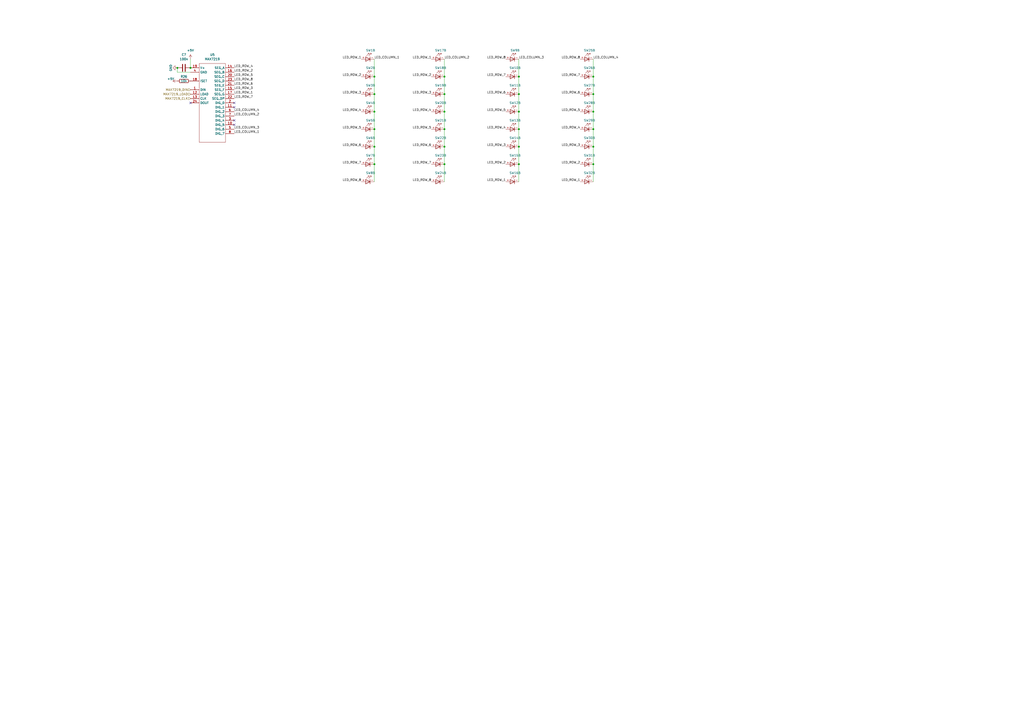
<source format=kicad_sch>
(kicad_sch (version 20250114) (generator "eeschema") (generator_version "9.0")
  (paper "A2")
  (lib_symbols
    (symbol "Device:C" (pin_numbers (hide yes)) (pin_names (offset 0.254))
      (property "Reference" "C" (at 0.635 2.54 0))
      (property "Value" "C" (at 0.635 -2.54 0))
      (symbol "C_0_1"
        (polyline (pts (xy -2.032 0.762) (xy 2.032 0.762)) (stroke (width 0.508)))
        (polyline (pts (xy -2.032 -0.762) (xy 2.032 -0.762)) (stroke (width 0.508)))
      )
      (symbol "C_1_1"
        (pin passive line (at 0 3.81 270) (length 2.794) (name "~") (number "1"))
        (pin passive line (at 0 -3.81 90) (length 2.794) (name "~") (number "2"))
      )
    )
    (symbol "Device:R" (pin_numbers (hide yes)) (pin_names (offset 0))
      (property "Reference" "R" (at 2.032 0 90))
      (property "Value" "R" (at 0 0 90))
      (symbol "R_0_1"
        (rectangle (start -1.016 -2.54) (end 1.016 2.54) (stroke (width 0.254)))
      )
      (symbol "R_1_1"
        (pin passive line (at 0 3.81 270) (length 1.27) (name "~") (number "1"))
        (pin passive line (at 0 -3.81 90) (length 1.27) (name "~") (number "2"))
      )
    )
    (symbol "Igor:Omron-B3W-9" (pin_names (hide yes))
      (property "Reference" "SW?" (at 0 0 0))
      (symbol "Omron-B3W-9_1_0"
        (circle (center -2.032 0) (radius 0.508))
        (polyline (pts (xy -1.524 0.254) (xy 1.524 1.778)))
        (circle (center 2.032 0) (radius 0.508))
      )
      (symbol "Omron-B3W-9_1_1"
        (pin passive line (at -5.08 0 0) (length 2.54) (name "1") (number "1"))
        (pin passive line (at -5.08 0 0) (length 2.54) (hide yes) (name "2") (number "2"))
        (pin passive line (at 5.08 0 180) (length 2.54) (name "3") (number "3"))
        (pin passive line (at 5.08 0 180) (length 2.54) (hide yes) (name "4") (number "4"))
      )
      (symbol "Omron-B3W-9_2_1"
        (polyline (pts (xy -1.27 0) (xy 1.27 0)))
        (polyline (pts (xy -1.27 -1.27) (xy -1.27 1.27)) (stroke (width 0.254)))
        (polyline (pts (xy -0.508 -1.905) (xy -2.032 -3.429) (xy -1.27 -3.429) (xy -2.032 -3.429) (xy -2.032 -2.667)))
        (polyline (pts (xy 0.762 -1.905) (xy -0.762 -3.429) (xy 0 -3.429) (xy -0.762 -3.429) (xy -0.762 -2.667)))
        (polyline (pts (xy 1.27 -1.27) (xy 1.27 1.27) (xy -1.27 0) (xy 1.27 -1.27)) (stroke (width 0.254)))
        (pin passive line (at -3.81 0 0) (length 2.54) (name "K") (number "-"))
        (pin passive line (at 3.81 0 180) (length 2.54) (name "A") (number "+"))
      )
    )
    (symbol "igor_lib:MAX7219"
      (property "Reference" "U?" (at 7.62 49.53 0))
      (property "Value" "MAX7219" (at 7.62 46.99 0))
      (symbol "MAX7219_0_1"
        (rectangle (start 0 45.72) (end 15.24 0))
      )
      (symbol "MAX7219_1_1"
        (pin power_in line (at -5.08 43.18 0) (length 5.08) (name "V+") (number "19"))
        (pin power_in line (at -5.08 40.64 0) (length 5.08) (name "GND") (number "4"))
        (pin passive line (at -5.08 40.64 0) (length 5.08) (hide yes) (name "GND") (number "9"))
        (pin input line (at -5.08 35.56 0) (length 5.08) (name "ISET") (number "18"))
        (pin input line (at -5.08 30.48 0) (length 5.08) (name "DIN") (number "1"))
        (pin input line (at -5.08 27.94 0) (length 5.08) (name "LOAD") (number "12"))
        (pin input line (at -5.08 25.4 0) (length 5.08) (name "CLK") (number "13"))
        (pin output line (at -5.08 22.86 0) (length 5.08) (name "DOUT") (number "24"))
        (pin output line (at 20.32 43.18 180) (length 5.08) (name "SEG_A") (number "14"))
        (pin output line (at 20.32 40.64 180) (length 5.08) (name "SEG_B") (number "16"))
        (pin output line (at 20.32 38.1 180) (length 5.08) (name "SEG_C") (number "20"))
        (pin output line (at 20.32 35.56 180) (length 5.08) (name "SEG_D") (number "23"))
        (pin output line (at 20.32 33.02 180) (length 5.08) (name "SEG_E") (number "21"))
        (pin output line (at 20.32 30.48 180) (length 5.08) (name "SEG_F") (number "15"))
        (pin output line (at 20.32 27.94 180) (length 5.08) (name "SEG_G") (number "17"))
        (pin output line (at 20.32 25.4 180) (length 5.08) (name "SEG_DP") (number "22"))
        (pin output line (at 20.32 22.86 180) (length 5.08) (name "DIG_0") (number "2"))
        (pin output line (at 20.32 20.32 180) (length 5.08) (name "DIG_1") (number "11"))
        (pin output line (at 20.32 17.78 180) (length 5.08) (name "DIG_2") (number "6"))
        (pin output line (at 20.32 15.24 180) (length 5.08) (name "DIG_3") (number "7"))
        (pin output line (at 20.32 12.7 180) (length 5.08) (name "DIG_4") (number "3"))
        (pin output line (at 20.32 10.16 180) (length 5.08) (name "DIG_5") (number "10"))
        (pin output line (at 20.32 7.62 180) (length 5.08) (name "DIG_6") (number "5"))
        (pin output line (at 20.32 5.08 180) (length 5.08) (name "DIG_7") (number "8"))
      )
    )
    (symbol "power:+5V" (power) (pin_names (offset 0))
      (property "Value" "+5V" (at 0 3.556 0))
      (symbol "+5V_0_1"
        (polyline (pts (xy -0.762 1.27) (xy 0 2.54)))
        (polyline (pts (xy 0 2.54) (xy 0.762 1.27)))
        (polyline (pts (xy 0 0) (xy 0 2.54)))
      )
      (symbol "+5V_1_1"
        (pin power_in line (at 0 0 90) (length 0) (hide yes) (name "+5V") (number "1"))
      )
    )
    (symbol "power:GND" (power) (pin_names (offset 0))
      (property "Value" "GND" (at 0 -3.81 0))
      (symbol "GND_0_1"
        (polyline (pts (xy 0 0) (xy 0 -1.27) (xy 1.27 -1.27) (xy 0 -2.54) (xy -1.27 -1.27) (xy 0 -1.27)))
      )
      (symbol "GND_1_1"
        (pin power_in line (at 0 0 270) (length 0) (hide yes) (name "GND") (number "1"))
      )
    )
  )
  (junction (at 217.17 44.45))
  (junction (at 344.17 54.61))
  (junction (at 300.99 54.61))
  (junction (at 257.81 85.09))
  (junction (at 257.81 74.93))
  (junction (at 344.17 44.45))
  (junction (at 110.49 39.37))
  (junction (at 217.17 85.09))
  (junction (at 344.17 95.25))
  (junction (at 300.99 74.93))
  (junction (at 217.17 64.77))
  (junction (at 217.17 74.93))
  (junction (at 344.17 85.09))
  (junction (at 257.81 95.25))
  (junction (at 257.81 54.61))
  (junction (at 344.17 74.93))
  (junction (at 257.81 44.45))
  (junction (at 217.17 54.61))
  (junction (at 300.99 64.77))
  (junction (at 300.99 85.09))
  (junction (at 257.81 64.77))
  (junction (at 344.17 64.77))
  (junction (at 300.99 44.45))
  (junction (at 217.17 95.25))
  (junction (at 102.87 39.37))
  (junction (at 300.99 95.25))
  (no_connect (at 110.49 59.69))
  (no_connect (at 135.89 72.39))
  (no_connect (at 135.89 59.69))
  (no_connect (at 135.89 69.85))
  (no_connect (at 135.89 62.23))
  (wire (pts (xy 217.17 74.93) (xy 217.17 85.09)))
  (wire (pts (xy 300.99 85.09) (xy 300.99 95.25)))
  (wire (pts (xy 110.49 34.29) (xy 110.49 39.37)))
  (wire (pts (xy 300.99 95.25) (xy 300.99 105.41)))
  (wire (pts (xy 217.17 34.29) (xy 217.17 44.45)))
  (wire (pts (xy 217.17 64.77) (xy 217.17 74.93)))
  (wire (pts (xy 257.81 74.93) (xy 257.81 85.09)))
  (wire (pts (xy 344.17 54.61) (xy 344.17 64.77)))
  (wire (pts (xy 257.81 85.09) (xy 257.81 95.25)))
  (wire (pts (xy 344.17 34.29) (xy 344.17 44.45)))
  (wire (pts (xy 344.17 44.45) (xy 344.17 54.61)))
  (wire (pts (xy 344.17 95.25) (xy 344.17 105.41)))
  (wire (pts (xy 344.17 85.09) (xy 344.17 95.25)))
  (wire (pts (xy 257.81 64.77) (xy 257.81 74.93)))
  (wire (pts (xy 217.17 44.45) (xy 217.17 54.61)))
  (wire (pts (xy 300.99 44.45) (xy 300.99 54.61)))
  (wire (pts (xy 300.99 74.93) (xy 300.99 85.09)))
  (wire (pts (xy 257.81 54.61) (xy 257.81 64.77)))
  (wire (pts (xy 110.49 41.91) (xy 102.87 41.91)))
  (wire (pts (xy 344.17 64.77) (xy 344.17 74.93)))
  (wire (pts (xy 217.17 54.61) (xy 217.17 64.77)))
  (wire (pts (xy 102.87 41.91) (xy 102.87 39.37)))
  (wire (pts (xy 257.81 44.45) (xy 257.81 54.61)))
  (wire (pts (xy 217.17 95.25) (xy 217.17 105.41)))
  (wire (pts (xy 257.81 95.25) (xy 257.81 105.41)))
  (wire (pts (xy 300.99 54.61) (xy 300.99 64.77)))
  (wire (pts (xy 300.99 64.77) (xy 300.99 74.93)))
  (wire (pts (xy 257.81 34.29) (xy 257.81 44.45)))
  (wire (pts (xy 344.17 74.93) (xy 344.17 85.09)))
  (wire (pts (xy 217.17 85.09) (xy 217.17 95.25)))
  (wire (pts (xy 300.99 34.29) (xy 300.99 44.45)))
  (label "LED_ROW_1" (at 293.37 105.41 180))
  (label "LED_ROW_6" (at 293.37 54.61 180))
  (label "LED_COLUMN_4" (at 135.89 64.77 0))
  (label "LED_ROW_6" (at 209.55 85.09 180))
  (label "LED_ROW_8" (at 293.37 34.29 180))
  (label "LED_COLUMN_1" (at 135.89 77.47 0))
  (label "LED_ROW_4" (at 336.55 74.93 180))
  (label "LED_ROW_2" (at 250.19 44.45 180))
  (label "LED_ROW_1" (at 135.89 54.61 0))
  (label "LED_ROW_7" (at 293.37 44.45 180))
  (label "LED_ROW_3" (at 135.89 52.07 0))
  (label "LED_ROW_8" (at 336.55 34.29 180))
  (label "LED_ROW_3" (at 250.19 54.61 180))
  (label "LED_ROW_1" (at 209.55 34.29 180))
  (label "LED_ROW_3" (at 336.55 85.09 180))
  (label "LED_ROW_7" (at 135.89 57.15 0))
  (label "LED_ROW_1" (at 250.19 34.29 180))
  (label "LED_ROW_7" (at 209.55 95.25 180))
  (label "LED_COLUMN_3" (at 300.99 34.29 0))
  (label "LED_ROW_2" (at 209.55 44.45 180))
  (label "LED_ROW_8" (at 135.89 46.99 0))
  (label "LED_ROW_4" (at 293.37 74.93 180))
  (label "LED_COLUMN_1" (at 217.17 34.29 0))
  (label "LED_ROW_2" (at 336.55 95.25 180))
  (label "LED_COLUMN_2" (at 257.81 34.29 0))
  (label "LED_ROW_2" (at 293.37 95.25 180))
  (label "LED_ROW_3" (at 209.55 54.61 180))
  (label "LED_COLUMN_4" (at 344.17 34.29 0))
  (label "LED_ROW_1" (at 336.55 105.41 180))
  (label "LED_ROW_6" (at 135.89 49.53 0))
  (label "LED_ROW_2" (at 135.89 41.91 0))
  (label "LED_ROW_8" (at 250.19 105.41 180))
  (label "LED_COLUMN_2" (at 135.89 67.31 0))
  (label "LED_COLUMN_3" (at 135.89 74.93 0))
  (label "LED_ROW_5" (at 250.19 74.93 180))
  (label "LED_ROW_4" (at 209.55 64.77 180))
  (label "LED_ROW_7" (at 250.19 95.25 180))
  (label "LED_ROW_5" (at 336.55 64.77 180))
  (label "LED_ROW_5" (at 135.89 44.45 0))
  (label "LED_ROW_4" (at 250.19 64.77 180))
  (label "LED_ROW_4" (at 135.89 39.37 0))
  (label "LED_ROW_5" (at 293.37 64.77 180))
  (label "LED_ROW_6" (at 250.19 85.09 180))
  (label "LED_ROW_3" (at 293.37 85.09 180))
  (label "LED_ROW_5" (at 209.55 74.93 180))
  (label "LED_ROW_8" (at 209.55 105.41 180))
  (label "LED_ROW_7" (at 336.55 44.45 180))
  (label "LED_ROW_6" (at 336.55 54.61 180))
  (hierarchical_label "MAX7219_DIN" (shape input) (at 110.49 52.07 180))
  (hierarchical_label "MAX7219_LOAD" (shape input) (at 110.49 54.61 180))
  (hierarchical_label "MAX7219_CLK" (shape input) (at 110.49 57.15 180))
  (symbol (lib_id "Igor:Omron-B3W-9") (at 254 95.25 180) (unit 2)
    (property "Reference" "SW23" (at 255.5875 90.17 0))
    (property "Footprint" "Igor:Omron-B3W-9" (effects (hide yes)))
    (property "LCSC" "C5571664" (effects (hide yes)))
  )
  (symbol (lib_id "Igor:Omron-B3W-9") (at 254 74.93 180) (unit 2)
    (property "Reference" "SW21" (at 255.5875 69.85 0))
    (property "Footprint" "Igor:Omron-B3W-9" (effects (hide yes)))
    (property "LCSC" "C5571664" (effects (hide yes)))
  )
  (symbol (lib_id "Igor:Omron-B3W-9") (at 254 85.09 180) (unit 2)
    (property "Reference" "SW22" (at 255.5875 80.01 0))
    (property "Footprint" "Igor:Omron-B3W-9" (effects (hide yes)))
    (property "LCSC" "C5571664" (effects (hide yes)))
  )
  (symbol (lib_id "Igor:Omron-B3W-9") (at 340.36 34.29 180) (unit 2)
    (property "Reference" "SW25" (at 341.9475 29.21 0))
    (property "Footprint" "Igor:Omron-B3W-9" (effects (hide yes)))
    (property "LCSC" "C5571664" (effects (hide yes)))
  )
  (symbol (lib_id "power:+5V") (at 110.49 34.29 0) (unit 1)
    (property "Reference" "#PWR052" (effects (hide yes)))
    (property "Value" "+5V" (at 110.49 29.21 0))
    (property "Description" "Power symbol creates a global label with name \"+5V\"" (effects (hide yes)))
  )
  (symbol (lib_id "Igor:Omron-B3W-9") (at 297.18 95.25 180) (unit 2)
    (property "Reference" "SW15" (at 298.7675 90.17 0))
    (property "Footprint" "Igor:Omron-B3W-9" (effects (hide yes)))
    (property "LCSC" "C5571664" (effects (hide yes)))
  )
  (symbol (lib_id "Igor:Omron-B3W-9") (at 213.36 34.29 180) (unit 2)
    (property "Reference" "SW1" (at 214.9475 29.21 0))
    (property "Footprint" "Igor:Omron-B3W-9" (effects (hide yes)))
    (property "LCSC" "C5571664" (effects (hide yes)))
  )
  (symbol (lib_id "Igor:Omron-B3W-9") (at 340.36 105.41 180) (unit 2)
    (property "Reference" "SW32" (at 341.9475 100.33 0))
    (property "Footprint" "Igor:Omron-B3W-9" (effects (hide yes)))
    (property "LCSC" "C5571664" (effects (hide yes)))
  )
  (symbol (lib_id "Igor:Omron-B3W-9") (at 340.36 54.61 180) (unit 2)
    (property "Reference" "SW27" (at 341.9475 49.53 0))
    (property "Footprint" "Igor:Omron-B3W-9" (effects (hide yes)))
    (property "LCSC" "C5571664" (effects (hide yes)))
  )
  (symbol (lib_id "Igor:Omron-B3W-9") (at 254 44.45 180) (unit 2)
    (property "Reference" "SW18" (at 255.5875 39.37 0))
    (property "Footprint" "Igor:Omron-B3W-9" (effects (hide yes)))
    (property "LCSC" "C5950102" (effects (hide yes)))
  )
  (symbol (lib_id "Igor:Omron-B3W-9") (at 340.36 44.45 180) (unit 2)
    (property "Reference" "SW26" (at 341.9475 39.37 0))
    (property "Footprint" "Igor:Omron-B3W-9" (effects (hide yes)))
    (property "LCSC" "C5571664" (effects (hide yes)))
  )
  (symbol (lib_id "Igor:Omron-B3W-9") (at 254 105.41 180) (unit 2)
    (property "Reference" "SW24" (at 255.5875 100.33 0))
    (property "Footprint" "Igor:Omron-B3W-9" (effects (hide yes)))
    (property "LCSC" "C5571664" (effects (hide yes)))
  )
  (symbol (lib_id "Igor:Omron-B3W-9") (at 297.18 34.29 180) (unit 2)
    (property "Reference" "SW9" (at 298.7675 29.21 0))
    (property "Footprint" "Igor:Omron-B3W-9" (effects (hide yes)))
    (property "LCSC" "C5571664" (effects (hide yes)))
  )
  (symbol (lib_id "power:+5V") (at 102.87 46.99 90) (unit 1)
    (property "Reference" "#PWR0171" (effects (hide yes)))
    (property "Value" "+5V" (at 99.06 45.72 90))
  )
  (symbol (lib_id "Igor:Omron-B3W-9") (at 297.18 105.41 180) (unit 2)
    (property "Reference" "SW16" (at 298.7675 100.33 0))
    (property "Footprint" "Igor:Omron-B3W-9" (effects (hide yes)))
    (property "LCSC" "C5571664" (effects (hide yes)))
  )
  (symbol (lib_id "Igor:Omron-B3W-9") (at 297.18 54.61 180) (unit 2)
    (property "Reference" "SW11" (at 298.7675 49.53 0))
    (property "Footprint" "Igor:Omron-B3W-9" (effects (hide yes)))
    (property "LCSC" "C5571664" (effects (hide yes)))
  )
  (symbol (lib_id "Igor:Omron-B3W-9") (at 340.36 64.77 180) (unit 2)
    (property "Reference" "SW28" (at 341.9475 59.69 0))
    (property "Footprint" "Igor:Omron-B3W-9" (effects (hide yes)))
    (property "LCSC" "C5571664" (effects (hide yes)))
  )
  (symbol (lib_id "power:GND") (at 102.87 39.37 270) (unit 1)
    (property "Reference" "#PWR054" (effects (hide yes)))
    (property "Value" "GND" (at 99.06 39.37 0))
    (property "Description" "Power symbol creates a global label with name \"GND\" , ground" (effects (hide yes)))
  )
  (symbol (lib_id "Igor:Omron-B3W-9") (at 213.36 74.93 180) (unit 2)
    (property "Reference" "SW5" (at 214.9475 69.85 0))
    (property "Footprint" "Igor:Omron-B3W-9" (effects (hide yes)))
    (property "LCSC" "C5571664" (effects (hide yes)))
  )
  (symbol (lib_id "Device:R") (at 106.68 46.99 90) (unit 1)
    (property "Reference" "R26" (at 106.68 44.45 90))
    (property "Value" "10k" (at 106.68 46.99 90))
    (property "Footprint" "Resistor_SMD:R_0402_1005Metric" (effects (hide yes)))
    (property "LCSC" "C25744" (effects (hide yes)))
  )
  (symbol (lib_id "Igor:Omron-B3W-9") (at 297.18 74.93 180) (unit 2)
    (property "Reference" "SW13" (at 298.7675 69.85 0))
    (property "Footprint" "Igor:Omron-B3W-9" (effects (hide yes)))
    (property "LCSC" "C5571664" (effects (hide yes)))
  )
  (symbol (lib_id "Igor:Omron-B3W-9") (at 213.36 44.45 180) (unit 2)
    (property "Reference" "SW2" (at 214.9475 39.37 0))
    (property "Footprint" "Igor:Omron-B3W-9" (effects (hide yes)))
    (property "LCSC" "C5571664" (effects (hide yes)))
  )
  (symbol (lib_id "Igor:Omron-B3W-9") (at 297.18 64.77 180) (unit 2)
    (property "Reference" "SW12" (at 298.7675 59.69 0))
    (property "Footprint" "Igor:Omron-B3W-9" (effects (hide yes)))
    (property "LCSC" "C5571664" (effects (hide yes)))
  )
  (symbol (lib_id "Igor:Omron-B3W-9") (at 213.36 54.61 180) (unit 2)
    (property "Reference" "SW3" (at 214.9475 49.53 0))
    (property "Footprint" "Igor:Omron-B3W-9" (effects (hide yes)))
    (property "LCSC" "C5571664" (effects (hide yes)))
  )
  (symbol (lib_id "igor_lib:MAX7219") (at 115.57 82.55 0) (unit 1)
    (property "Reference" "U5" (at 123.19 31.75 0))
    (property "Value" "MAX7219" (at 123.19 34.29 0))
    (property "Footprint" "Package_SO:SOIC-24W_7.5x15.4mm_P1.27mm" (effects (hide yes)))
    (property "LCSC" "C9964" (effects (hide yes)))
  )
  (symbol (lib_id "Device:C") (at 106.68 39.37 90) (unit 1)
    (property "Reference" "C7" (at 106.68 31.75 90))
    (property "Value" "100n" (at 106.68 34.29 90))
    (property "Footprint" "Capacitor_SMD:C_0402_1005Metric" (effects (hide yes)))
    (property "LCSC" "C1525" (effects (hide yes)))
  )
  (symbol (lib_id "Igor:Omron-B3W-9") (at 297.18 85.09 180) (unit 2)
    (property "Reference" "SW14" (at 298.7675 80.01 0))
    (property "Footprint" "Igor:Omron-B3W-9" (effects (hide yes)))
    (property "LCSC" "C5571664" (effects (hide yes)))
  )
  (symbol (lib_id "Igor:Omron-B3W-9") (at 213.36 95.25 180) (unit 2)
    (property "Reference" "SW7" (at 214.9475 90.17 0))
    (property "Footprint" "Igor:Omron-B3W-9" (effects (hide yes)))
    (property "LCSC" "C5571664" (effects (hide yes)))
  )
  (symbol (lib_id "Igor:Omron-B3W-9") (at 254 54.61 180) (unit 2)
    (property "Reference" "SW19" (at 255.5875 49.53 0))
    (property "Footprint" "Igor:Omron-B3W-9" (effects (hide yes)))
    (property "LCSC" "C5950102" (effects (hide yes)))
  )
  (symbol (lib_id "Igor:Omron-B3W-9") (at 254 34.29 180) (unit 2)
    (property "Reference" "SW17" (at 255.5875 29.21 0))
    (property "Footprint" "Igor:Omron-B3W-9" (effects (hide yes)))
    (property "LCSC" "C5950102" (effects (hide yes)))
  )
  (symbol (lib_id "Igor:Omron-B3W-9") (at 340.36 85.09 180) (unit 2)
    (property "Reference" "SW30" (at 341.9475 80.01 0))
    (property "Footprint" "Igor:Omron-B3W-9" (effects (hide yes)))
    (property "LCSC" "C5571664" (effects (hide yes)))
  )
  (symbol (lib_id "Igor:Omron-B3W-9") (at 297.18 44.45 180) (unit 2)
    (property "Reference" "SW10" (at 298.7675 39.37 0))
    (property "Footprint" "Igor:Omron-B3W-9" (effects (hide yes)))
    (property "LCSC" "C5571664" (effects (hide yes)))
  )
  (symbol (lib_id "Igor:Omron-B3W-9") (at 254 64.77 180) (unit 2)
    (property "Reference" "SW20" (at 255.5875 59.69 0))
    (property "Footprint" "Igor:Omron-B3W-9" (effects (hide yes)))
    (property "LCSC" "C5950102" (effects (hide yes)))
  )
  (symbol (lib_id "Igor:Omron-B3W-9") (at 213.36 105.41 180) (unit 2)
    (property "Reference" "SW8" (at 214.9475 100.33 0))
    (property "Footprint" "Igor:Omron-B3W-9" (effects (hide yes)))
    (property "LCSC" "C5571664" (effects (hide yes)))
  )
  (symbol (lib_id "Igor:Omron-B3W-9") (at 340.36 74.93 180) (unit 2)
    (property "Reference" "SW29" (at 341.9475 69.85 0))
    (property "Footprint" "Igor:Omron-B3W-9" (effects (hide yes)))
    (property "LCSC" "C5571664" (effects (hide yes)))
  )
  (symbol (lib_id "Igor:Omron-B3W-9") (at 213.36 64.77 180) (unit 2)
    (property "Reference" "SW4" (at 214.9475 59.69 0))
    (property "Footprint" "Igor:Omron-B3W-9" (effects (hide yes)))
    (property "LCSC" "C5571664" (effects (hide yes)))
  )
  (symbol (lib_id "Igor:Omron-B3W-9") (at 213.36 85.09 180) (unit 2)
    (property "Reference" "SW6" (at 214.9475 80.01 0))
    (property "Footprint" "Igor:Omron-B3W-9" (effects (hide yes)))
    (property "LCSC" "C5571664" (effects (hide yes)))
  )
  (symbol (lib_id "Igor:Omron-B3W-9") (at 340.36 95.25 180) (unit 2)
    (property "Reference" "SW31" (at 341.9475 90.17 0))
    (property "Footprint" "Igor:Omron-B3W-9" (effects (hide yes)))
    (property "LCSC" "C5571664" (effects (hide yes)))
  )
)
</source>
